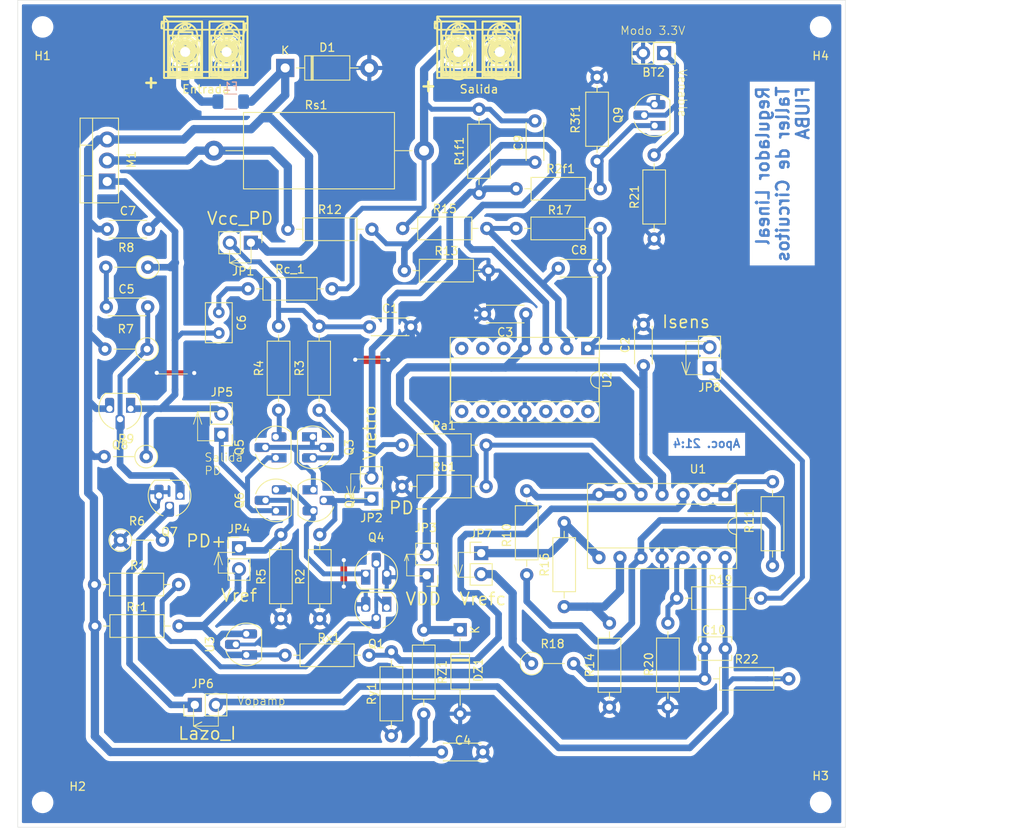
<source format=kicad_pcb>
(kicad_pcb (version 20240108) (generator "pcbnew") (generator_version "8.0")
  (layers (0 "F.Cu" signal) (31 "B.Cu" signal) (34 "B.Paste" user) (35 "F.Paste" user) (36 "B.SilkS" user "B.Silkscreen") (37 "F.SilkS" user "F.Silkscreen") (38 "B.Mask" user) (39 "F.Mask" user) (44 "Edge.Cuts" user))
  (net 0 "")
  (net 1 "VCC")
  (net 2 "GND")
  (net 3 "Venable")
  (net 4 "/Vref")
  (net 5 "EOA1")
  (net 6 "Net-(JP1-B)")
  (net 7 "Net-(C5-Pad2)")
  (net 8 "Net-(Q7-C)")
  (net 9 "Net-(Q3-E)")
  (net 10 "Net-(JP5-B)")
  (net 11 "/FES_PD")
  (net 12 "/Isens")
  (net 13 "Net-(C6-Pad1)")
  (net 14 "Net-(U1D--)")
  (net 15 "Net-(U2A-+)")
  (net 16 "/Vretro")
  (net 17 "Net-(U2A--)")
  (net 18 "Net-(U1C-+)")
  (net 19 "Net-(U1B--)")
  (net 20 "Net-(U1A--)")
  (net 21 "Net-(U1C--)")
  (net 22 "/V2s")
  (net 23 "Net-(U1D-+)")
  (net 24 "/Vopamp")
  (net 25 "Net-(DZ1-K)")
  (net 26 "Net-(JP6-A)")
  (net 27 "/Vref-c")
  (net 28 "Net-(JP4-A)")
  (net 29 "Net-(JP5-A)")
  (net 30 "Net-(JP7-A)")
  (net 31 "Net-(JP8-A)")
  (net 32 "/V1s")
  (net 33 "Net-(Q2-C)")
  (net 34 "Net-(Q2-E)")
  (net 35 "Net-(Q5-E)")
  (net 36 "Net-(Q9-S)")
  (net 37 "Net-(U1B-+)")
  (net 38 "Net-(U1A-+)")
  (net 39 "Net-(JP2-A)")
  (net 40 "Net-(Bornera1-+)")
  (footprint "Resistor_THT:R_Axial_DIN0207_L6.3mm_D2.5mm_P10.16mm_Horizontal" (layer "F.Cu") (at 66.71 82.71)
    (property "Reference" "R13")
    (property "Value" "46k")
  )
  (footprint "Package_TO_SOT_THT:TO-220-3_Vertical" (layer "F.Cu") (at 30.8 71.94 90)
    (property "Reference" "M1")
    (property "Value" "IRF9540N")
  )
  (footprint "Resistor_THT:R_Axial_DIN0207_L6.3mm_D2.5mm_P10.16mm_Horizontal" (layer "F.Cu") (at 66.51 77.61)
    (property "Reference" "R15")
    (property "Value" "1.15k")
  )
  (footprint "Resistor_THT:R_Axial_DIN0918_L18.0mm_D9.0mm_P25.40mm_Horizontal" (layer "F.Cu") (at 69.09 68.21 180)
    (property "Reference" "Rs1")
    (property "Value" "0.1")
  )
  (footprint "Connector_PinHeader_2.54mm:PinHeader_1x02_P2.54mm_Vertical" (layer "F.Cu") (at 46.73 116.28)
    (property "Reference" "JP4")
    (property "Value" "PD+")
  )
  (footprint "Resistor_THT:R_Axial_DIN0207_L6.3mm_D2.5mm_P10.16mm_Horizontal" (layer "F.Cu") (at 90.35 77.61 180)
    (property "Reference" "R17")
    (property "Value" "46k")
  )
  (footprint "Resistor_THT:R_Axial_DIN0207_L6.3mm_D2.5mm_P10.16mm_Horizontal" (layer "F.Cu") (at 47.81 84.91)
    (property "Reference" "Rc_1")
    (property "Value" "100")
  )
  (footprint "Package_TO_SOT_THT:TO-92_HandSolder" (layer "F.Cu") (at 33.63 99.4 180)
    (property "Reference" "Q8")
    (property "Value" "BC558")
  )
  (footprint "Resistor_THT:R_Axial_DIN0207_L6.3mm_D2.5mm_P10.16mm_Horizontal" (layer "F.Cu") (at 109.77 122.31 180)
    (property "Reference" "R19")
    (property "Value" "1k")
  )
  (footprint "Capacitor_THT:C_Disc_D4.3mm_W1.9mm_P5.00mm" (layer "F.Cu") (at 85.31 82.43)
    (property "Reference" "C8")
    (property "Value" "2.2n")
  )
  (footprint "Resistor_THT:R_Axial_DIN0207_L6.3mm_D2.5mm_P10.16mm_Horizontal" (layer "F.Cu") (at 52.29 129.21)
    (property "Reference" "Rx1")
    (property "Value" "5k")
  )
  (footprint "Package_TO_SOT_THT:TO-92_HandSolder" (layer "F.Cu") (at 55.71 109.21 -90)
    (property "Reference" "Q2")
    (property "Value" "BC548")
  )
  (footprint "Resistor_THT:R_Axial_DIN0207_L6.3mm_D2.5mm_P10.16mm_Horizontal" (layer "F.Cu") (at 86.02 123.34 90)
    (property "Reference" "R16")
    (property "Value" "2k")
  )
  (footprint "Capacitor_THT:C_Disc_D4.3mm_W1.9mm_P5.00mm" (layer "F.Cu") (at 62.49 89.51)
    (property "Reference" "C1")
    (property "Value" "10n")
  )
  (footprint "Resistor_THT:R_Axial_DIN0207_L6.3mm_D2.5mm_P10.16mm_Horizontal" (layer "F.Cu") (at 90.37 72.81 180)
    (property "Reference" "R2f1")
    (property "Value" "1.5k")
  )
  (footprint "Diode_THT:D_DO-41_SOD81_P10.16mm_Horizontal" (layer "F.Cu") (at 52.31 58.21)
    (property "Reference" "D1")
    (property "Value" "1N4001")
  )
  (footprint "Capacitor_THT:C_Disc_D4.3mm_W1.9mm_P5.00mm" (layer "F.Cu") (at 35.7 87.1 180)
    (property "Reference" "C5")
    (property "Value" "100p")
  )
  (footprint "Resistor_THT:R_Axial_DIN0207_L6.3mm_D2.5mm_P5.08mm_Vertical" (layer "F.Cu") (at 35.715 82.3 180)
    (property "Reference" "R8")
    (property "Value" "20")
  )
  (footprint "Capacitor_THT:C_Disc_D4.3mm_W1.9mm_P5.00mm" (layer "F.Cu") (at 95.59 94.21 90)
    (property "Reference" "C2")
    (property "Value" "10n")
  )
  (footprint "Connector_PinHeader_2.54mm:PinHeader_1x02_P2.54mm_Vertical" (layer "F.Cu") (at 75.99 116.87)
    (property "Reference" "JP7")
    (property "Value" "Vrefc")
  )
  (footprint "Resistor_THT:R_Axial_DIN0207_L6.3mm_D2.5mm_P10.16mm_Horizontal" (layer "F.Cu") (at 98.55 125.32 -90)
    (property "Reference" "R20")
    (property "Value" "1k")
  )
  (footprint "Capacitor_THT:C_Disc_D4.3mm_W1.9mm_P5.00mm" (layer "F.Cu") (at 81.39 87.96 180)
    (property "Reference" "C3")
    (property "Value" "10n")
  )
  (footprint "Resistor_THT:R_Axial_DIN0207_L6.3mm_D2.5mm_P5.08mm_Vertical" (layer "F.Cu") (at 82.075 130.21)
    (property "Reference" "R18")
    (property "Value" "2.2k")
  )
  (footprint "Resistor_THT:R_Axial_DIN0207_L6.3mm_D2.5mm_P10.16mm_Horizontal" (layer "F.Cu") (at 66.43 103.81)
    (property "Reference" "Ra1")
    (property "Value" "115k")
  )
  (footprint "Connector_PinHeader_2.54mm:PinHeader_1x02_P2.54mm_Vertical" (layer "F.Cu") (at 103.58 94.51 180)
    (property "Reference" "JP8")
    (property "Value" "Sens_I")
  )
  (footprint "Package_TO_SOT_THT:TO-92_HandSolder" (layer "F.Cu") (at 51.17 105.35 90)
    (property "Reference" "Q5")
    (property "Value" "BC558")
  )
  (footprint "Resistor_THT:R_Axial_DIN0207_L6.3mm_D2.5mm_P10.16mm_Horizontal" (layer "F.Cu") (at 56.49 124.79 90)
    (property "Reference" "R2")
    (property "Value" "100k")
  )
  (footprint "Capacitor_THT:C_Disc_D3.8mm_W2.6mm_P2.50mm" (layer "F.Cu") (at 105.49 128.41 180)
    (property "Reference" "C10")
    (property "Value" "10p")
  )
  (footprint "Resistor_THT:R_Axial_DIN0207_L6.3mm_D2.5mm_P10.16mm_Horizontal" (layer "F.Cu") (at 89.99 59.33 -90)
    (property "Reference" "R3f1")
    (property "Value" "3.18k")
  )
  (footprint "Resistor_THT:R_Axial_DIN0207_L6.3mm_D2.5mm_P10.16mm_Horizontal" (layer "F.Cu") (at 102.99 132.06)
    (property "Reference" "R22")
    (property "Value" "2.2k")
  )
  (footprint "Package_DIP:DIP-14_W7.62mm_Socket" (layer "F.Cu") (at 105.46 109.78 -90)
    (property "Reference" "U1")
    (property "Value" "opamp1")
  )
  (footprint "Capacitor_THT:C_Disc_D4.3mm_W1.9mm_P5.00mm" (layer "F.Cu") (at 76.19 140.91 180)
    (property "Reference" "C4")
    (property "Value" "10n")
  )
  (footprint "MountingHole:MountingHole_2.1mm" (layer "F.Cu") (at 23 53.25)
    (property "Reference" "H1")
    (property "Value" "MountingHole" (hide yes))
  )
  (footprint "Resistor_THT:R_Axial_DIN0207_L6.3mm_D2.5mm_P10.16mm_Horizontal" (layer "F.Cu") (at 75.73 73.36 90)
    (property "Reference" "R1f1")
    (property "Value" "1.5k")
  )
  (footprint "Package_DIP:DIP-14_W7.62mm_Socket" (layer "F.Cu") (at 88.88 92.11 -90)
    (property "Reference" "U2")
    (property "Value" "opamp2")
  )
  (footprint "MountingHole:MountingHole_2.1mm" (layer "F.Cu") (at 23 147)
    (property "Reference" "H2")
    (property "Value" "MountingHole")
  )
  (footprint "Connector_PinHeader_2.54mm:PinHeader_1x02_P2.54mm_Vertical" (layer "F.Cu") (at 48.16 79.34 -90)
    (property "Reference" "JP1")
    (property "Value" "Vcc_PD")
  )
  (footprint "Resistor_THT:R_Axial_DIN0207_L6.3mm_D2.5mm_P10.16mm_Horizontal" (layer "F.Cu") (at 51.79 124.79 90)
    (property "Reference" "R5")
    (property "Value" "100k")
  )
  (footprint "MountingHole:MountingHole_2.1mm" (layer "F.Cu") (at 117 147)
    (property "Reference" "H3")
    (property "Value" "MountingHole")
  )
  (footprint "Package_TO_SOT_THT:TO-92_HandSolder" (layer "F.Cu") (at 55.64 102.81 -90)
    (property "Reference" "Q3")
    (property "Value" "BC558")
  )
  (footprint "Resistor_THT:R_Axial_DIN0207_L6.3mm_D2.5mm_P10.16mm_Horizontal" (layer "F.Cu") (at 51.51 99.59 90)
    (property "Reference" "R4")
    (property "Value" "100")
  )
  (footprint "Resistor_THT:R_Axial_DIN0207_L6.3mm_D2.5mm_P10.16mm_Horizontal" (layer "F.Cu") (at 69.05 126.17 -90)
    (property "Reference" "RZ1")
    (property "Value" "100")
  )
  (footprint "Diode_THT:D_DO-35_SOD27_P10.16mm_Horizontal" (layer "F.Cu") (at 73.45 126.12 -90)
    (property "Reference" "DZ1")
    (property "Value" "ZPDxx")
  )
  (footprint "Resistor_THT:R_Axial_DIN0207_L6.3mm_D2.5mm_P10.16mm_Horizontal" (layer "F.Cu") (at 39.43 120.66 180)
    (property "Reference" "R1")
    (property "Value" "1k")
  )
  (footprint "Connector_PinHeader_2.54mm:PinHeader_1x02_P2.54mm_Vertical" (layer "F.Cu") (at 69.41 119.55 180)
    (property "Reference" "JP3")
    (property "Value" "VDD")
  )
  (footprint "TPI_circ:bornera" (layer "F.Cu") (at 75.73 56.28)
    (property "Reference" "Bornera2" (hide yes))
    (property "Value" "Salida")
  )
  (footprint "Connector_PinHeader_2.54mm:PinHeader_1x02_P2.54mm_Vertical" (layer "F.Cu") (at 44.59 102.55 180)
    (property "Reference" "JP5")
    (property "Value" "Lazo_V")
  )
  (footprint "Capacitor_THT:C_Disc_D4.3mm_W1.9mm_P5.00mm" (layer "F.Cu") (at 30.8 77.7)
    (property "Reference" "C7")
    (property "Value" "150p")
  )
  (footprint "Resistor_THT:R_Axial_DIN0207_L6.3mm_D2.5mm_P5.08mm_Vertical" (layer "F.Cu") (at 35.515 105.2 180)
    (property "Reference" "R9")
    (property "Value" "1Meg")
  )
  (footprint "Resistor_THT:R_Axial_DIN0207_L6.3mm_D2.5mm_P10.16mm_Horizontal" (layer "F.Cu") (at 66.43 108.81)
    (property "Reference" "Rb1")
    (property "Value" "845k")
  )
  (footprint "MountingHole:MountingHole_2.1mm" (layer "F.Cu") (at 117 53.25)
    (property "Reference" "H4")
    (property "Value" "MountingHole" (hide yes))
  )
  (footprint "Resistor_THT:R_Axial_DIN0207_L6.3mm_D2.5mm_P5.08mm_Vertical" (layer "F.Cu") (at 32.4 115.3)
    (property "Reference" "R6")
    (property "Value" "10k")
  )
  (footprint "Resistor_THT:R_Axial_DIN0207_L6.3mm_D2.5mm_P10.16mm_Horizontal" (layer "F.Cu") (at 111.19 108.23 -90)
    (property "Reference" "R11")
    (property "Value" "2k")
  )
  (footprint "Resistor_THT:R_Axial_DIN0207_L6.3mm_D2.5mm_P10.16mm_Horizontal" (layer "F.Cu") (at 39.48 125.68 180)
    (property "Reference" "Rr1")
    (property "Value" "536")
  )
  (footprint "Package_TO_SOT_THT:TO-92_HandSolder" (layer "F.Cu") (at 39.6 109.9 180)
    (property "Reference" "Q7")
    (property "Value" "BC548")
  )
  (footprint "Resistor_THT:R_Axial_DIN0207_L6.3mm_D2.5mm_P5.08mm_Vertical" (layer "F.Cu") (at 35.615 92.2 180)
    (property "Reference" "R7")
    (property "Value" "100k")
  )
  (footprint "Package_TO_SOT_THT:TO-92_HandSolder" (layer "F.Cu") (at 96.95 65.18 90)
    (property "Reference" "Q9")
    (property "Value" "2N7000")
  )
  (footprint "Resistor_THT:R_Axial_DIN0207_L6.3mm_D2.5mm_P10.16mm_Horizontal" (layer "F.Cu") (at 96.89 78.89 90)
    (property "Reference" "R21")
    (property "Value" "10k")
  )
  (footprint "Capacitor_THT:C_Rect_L4.6mm_W3.0mm_P2.50mm_MKS02_FKP02" (layer "F.Cu") (at 44.29 87.76 -90)
    (property "Reference" "C6")
    (property "Value" "47n")
  )
  (footprint "Package_TO_SOT_THT:TO-92_HandSolder" (layer "F.Cu") (at 51.2 111.75 90)
    (property "Reference" "Q6")
    (property "Value" "BC548")
  )
  (footprint "Package_TO_SOT_THT:TO-92_HandSolder" (layer "F.Cu") (at 47.61 129.17 90)
    (property "Reference" "U3")
    (property "Value" "TL431LP")
  )
  (footprint "Capacitor_THT:C_Disc_D4.3mm_W1.9mm_P5.00mm" (layer "F.Cu") (at 82.49 64.61 -90)
    (property "Reference" "C9")
    (property "Value" "470p")
  )
  (footprint "TPI_circ:bornera" (layer "F.Cu") (at 42.73 56.28)
    (property "Reference" "Bornera1" (hide yes))
    (property "Value" "Entrada")
  )
  (footprint "Package_TO_SOT_THT:TO-92_HandSolder" (layer "F.Cu") (at 64.58 123.445 180)
    (property "Reference" "Q1")
    (property "Value" "BC548")
  )
  (footprint "Resistor_THT:R_Axial_DIN0207_L6.3mm_D2.5mm_P10.16mm_Horizontal" (layer "F.Cu") (at 81.49 109.33 -90)
    (property "Reference" "R10")
    (property "Value" "2k")
  )
  (footprint "Connector_PinHeader_2.54mm:PinHeader_2x01_P2.54mm_Vertical" (layer "F.Cu") (at 98.09 56.41 180)
    (property "Reference" "BT2")
    (property "Value" "Enable")
  )
  (footprint "Package_TO_SOT_THT:TO-92_HandSolder" (layer "F.Cu") (at 62.04 119.375)
    (property "Reference" "Q4")
    (property "Value" "BC548")
  )
  (footprint "Resistor_THT:R_Axial_DIN0207_L6.3mm_D2.5mm_P10.16mm_Horizontal" (layer "F.Cu") (at 91.49 135.49 90)
    (property "Reference" "R14")
    (property "Value" "2k")
  )
  (footprint "Connector_PinHeader_2.54mm:PinHeader_1x02_P2.54mm_Vertical" (layer "F.Cu") (at 41.39 135.21 90)
    (property "Reference" "JP6")
    (property "Value" "Lazo_I")
  )
  (footprint "Resistor_THT:R_Axial_DIN0207_L6.3mm_D2.5mm_P10.16mm_Horizontal" (layer "F.Cu") (at 56.41 99.59 90)
    (property "Reference" "R3")
    (property "Value" "100")
  )
  (footprint "Resistor_THT:R_Axial_DIN0207_L6.3mm_D2.5mm_P10.16mm_Horizontal" (layer "F.Cu") (at 65.14 138.95 90)
    (property "Reference" "Ry1")
    (property "Value" "536")
  )
  (footprint "Connector_PinHeader_2.54mm:PinHeader_1x02_P2.54mm_Vertical" (layer "F.Cu") (at 62.73 110.28 180)
    (property "Reference" "JP2")
    (property "Value" "PD-")
  )
  (footprint "Resistor_THT:R_Axial_DIN0207_L6.3mm_D2.5mm_P10.16mm_Horizontal" (layer "F.Cu") (at 52.63 77.71)
    (property "Reference" "R12")
    (property "Value" "1.15k")
  )
  (footprint "Resistor_SMD:R_1206_3216Metric_Pad1.30x1.75mm_HandSolder" (layer "B.Cu") (at 45.73 62.28 180)
    (property "Reference" "F1")
    (property "Value" "Fuse")
  )
  (gr_line (start 60.79 93.41) (end 64.79 93.41) (stroke (width 0.1)) (layer "F.SilkS"))
  (gr_line (start 100.73 95.28) (end 101.23 93.78) (stroke (width 0.1)) (layer "F.SilkS"))
  (gr_line (start 44.73 118.28) (end 44.23 116.78) (stroke (width 0.1)) (layer "F.SilkS"))
  (gr_line (start 41.23 137.78) (end 44.23 137.78) (stroke (width 0.1)) (layer "F.SilkS"))
  (gr_line (start 46.23 116.78) (end 44.23 116.78) (stroke (width 0.1)) (layer "F.SilkS"))
  (gr_line (start 60.23 110.28) (end 60.73 108.78) (stroke (width 0.1)) (layer "F.SilkS"))
  (gr_line (start 60.23 107.28) (end 62.23 107.28) (stroke (width 0.1)) (layer "F.SilkS"))
  (gr_line (start 42.23 138.28) (end 41.23 137.78) (stroke (width 0.1)) (layer "F.SilkS"))
  (gr_line (start 60.23 110.28) (end 60.23 107.78) (stroke (width 0.1)) (layer "F.SilkS"))
  (gr_line (start 69.79 117.01) (end 66.99 117.01) (stroke (width 0.1)) (layer "F.SilkS"))
  (gr_line (start 45.59 81.78) (end 48.19 81.78) (stroke (width 0.1)) (layer "F.SilkS"))
  (gr_line (start 41.73 99.78) (end 41.23 101.28) (stroke (width 0.1)) (layer "F.SilkS"))
  (gr_line (start 45.59 81.78) (end 46.73 81.28) (stroke (width 0.1)) (layer "F.SilkS"))
  (gr_line (start 45.59 81.78) (end 46.73 82.28) (stroke (width 0.1)) (layer "F.SilkS"))
  (gr_line (start 73.23 119.78) (end 73.23 116.78) (stroke (width 0.1)) (layer "F.SilkS"))
  (gr_line (start 59.73 108.78) (end 60.23 110.28) (stroke (width 0.1)) (layer "F.SilkS"))
  (gr_line (start 100.73 91.28) (end 103.23 91.28) (stroke (width 0.1)) (layer "F.SilkS"))
  (gr_line (start 41.73 99.78) (end 44.23 99.78) (stroke (width 0.1)) (layer "F.SilkS"))
  (gr_line (start 73.23 119.78) (end 73.73 118.28) (stroke (width 0.1)) (layer "F.SilkS"))
  (gr_line (start 48.19 81.78) (end 48.19 79.78) (stroke (width 0.1)) (layer "F.SilkS"))
  (gr_line (start 44.23 116.78) (end 44.23 119.28) (stroke (width 0.1)) (layer "F.SilkS"))
  (gr_line (start 62.23 110.28) (end 60.23 110.28) (stroke (width 0.1)) (layer "F.SilkS"))
  (gr_line (start 41.73 103.28) (end 41.73 99.78) (stroke (width 0.1)) (layer "F.SilkS"))
  (gr_line (start 36.7 95.2) (end 40.5 95.2) (stroke (width 0.1)) (layer "F.SilkS"))
  (gr_line (start 45.59 80.28) (end 45.59 81.78) (stroke (width 0.1)) (layer "F.SilkS"))
  (gr_line (start 43.73 103.28) (end 41.73 103.28) (stroke (width 0.1)) (layer "F.SilkS"))
  (gr_line (start 73.23 119.78) (end 72.73 118.28) (stroke (width 0.1)) (layer "F.SilkS"))
  (gr_line (start 66.99 119.61) (end 69.39 119.61) (stroke (width 0.1)) (layer "F.SilkS"))
  (gr_line (start 44.23 137.78) (end 44.23 135.28) (stroke (width 0.1)) (layer "F.SilkS"))
  (gr_line (start 66.99 117.01) (end 67.23 117.78) (stroke (width 0.1)) (layer "F.SilkS"))
  (gr_line (start 41.73 99.78) (end 42.23 101.28) (stroke (width 0.1)) (layer "F.SilkS"))
  (gr_line (start 66.99 117.01) (end 66.73 117.78) (stroke (width 0.1)) (layer "F.SilkS"))
  (gr_line (start 66.73 117.78) (end 66.99 117.01) (stroke (width 0.1)) (layer "F.SilkS"))
  (gr_line (start 44.23 119.28) (end 46.23 119.28) (stroke (width 0.1)) (layer "F.SilkS"))
  (gr_line (start 100.23 93.78) (end 100.73 95.28) (stroke (width 0.1)) (layer "F.SilkS"))
  (gr_line (start 42.23 137.28) (end 41.23 137.78) (stroke (width 0.1)) (layer "F.SilkS"))
  (gr_line (start 44.23 116.78) (end 43.73 118.28) (stroke (width 0.1)) (layer "F.SilkS"))
  (gr_line (start 100.73 95.28) (end 100.23 93.78) (stroke (width 0.1)) (layer "F.SilkS"))
  (gr_line (start 75.23 119.78) (end 73.23 119.78) (stroke (width 0.1)) (layer "F.SilkS"))
  (gr_line (start 73.23 116.78) (end 75.73 116.78) (stroke (width 0.1)) (layer "F.SilkS"))
  (gr_line (start 102.73 95.28) (end 100.73 95.28) (stroke (width 0.1)) (layer "F.SilkS"))
  (gr_line (start 59.39 117.81) (end 59.39 121.01) (stroke (width 0.1)) (layer "F.SilkS"))
  (gr_line (start 66.99 117.01) (end 66.99 119.61) (stroke (width 0.1)) (layer "F.SilkS"))
  (gr_line (start 41.23 137.78) (end 42.23 137.28) (stroke (width 0.1)) (layer "F.SilkS"))
  (gr_line (start 41.23 135.28) (end 41.23 137.78) (stroke (width 0.1)) (layer "F.SilkS"))
  (gr_line (start 60.23 107.78) (end 60.23 107.28) (stroke (width 0.1)) (layer "F.SilkS"))
  (gr_line (start 43.73 118.28) (end 44.23 116.78) (stroke (width 0.1)) (layer "F.SilkS"))
  (gr_line (start 100.73 95.28) (end 100.73 91.28) (stroke (width 0.1)) (layer "F.SilkS"))
  (gr_rect (start 20 50.02) (end 120 150) (stroke (width 0.05)) (fill none) (layer "Edge.Cuts"))
  (gr_text "Apoc. 21:4" (at 107.4 104.2 0) (layer "B.Cu") (effects (font (size 1 1) (thickness 0.2) (bold yes)) (justify left bottom mirror)))
  (gr_text "Regulador Lineal\nTaller de Circuitos\nFIUBA" (at 115.73 60.28 90) (layer "B.Cu") (effects (font (size 1.5 1.5) (thickness 0.3) (bold yes)) (justify left bottom mirror)))
  (gr_text "Vcc_PD" (at 42.73 77.28 0) (layer "F.SilkS") (effects (font (size 1.5 1.5) (thickness 0.1875)) (justify left bottom)))
  (gr_text "PD+" (at 40.23 116.28 0) (layer "F.SilkS") (effects (font (size 1.5 1.5) (thickness 0.1875)) (justify left bottom)))
  (gr_text "+" (at 70.73 61.21 0) (layer "F.SilkS") (effects (font (size 1.5 1.5) (thickness 0.3) (bold yes)) (justify left bottom mirror)))
  (gr_text "Vref" (at 44.43 122.86 0) (layer "F.SilkS") (effects (font (size 1.5 1.5) (thickness 0.1875)) (justify left bottom)))
  (gr_text "Vretro" (at 63.42 105.76 90) (layer "F.SilkS") (effects (font (size 1.5 1.5) (thickness 0.1875)) (justify left bottom)))
  (gr_text "Vrefc" (at 73.23 123.28 0) (layer "F.SilkS") (effects (font (size 1.5 1.5) (thickness 0.1875)) (justify left bottom)))
  (gr_text "PD-" (at 64.73 112.28 0) (layer "F.SilkS") (effects (font (size 1.5 1.5) (thickness 0.1875)) (justify left bottom)))
  (gr_text "VDD" (at 66.73 123.28 0) (layer "F.SilkS") (effects (font (size 1.5 1.5) (thickness 0.1875)) (justify left bottom)))
  (gr_text "Salida\nPD" (at 42.49 107.49 0) (layer "F.SilkS") (effects (font (size 1 1) (thickness 0.1)) (justify left bottom)))
  (gr_text "Modo 3.3V" (at 92.73 54.28 0) (layer "F.SilkS") (effects (font (size 1 1) (thickness 0.1)) (justify left bottom)))
  (gr_text "Vopamp" (at 46.46 135.31 0) (layer "F.SilkS") (effects (font (size 1 1) (thickness 0.1)) (justify left bottom)))
  (gr_text "Lazo_I" (at 39.26 139.54 0) (layer "F.SilkS") (effects (font (size 1.5 1.5) (thickness 0.1875)) (justify left bottom)))
  (gr_text "+" (at 37.23 60.78 0) (layer "F.SilkS") (effects (font (size 1.5 1.5) (thickness 0.3) (bold yes)) (justify left bottom mirror)))
  (gr_text "Isens" (at 97.73 89.78 0) (layer "F.SilkS") (effects (font (size 1.5 1.5) (thickness 0.1875)) (justify left bottom)))
  (gr_text "Venable" (at 99.73 58.28 -90) (layer "F.SilkS") (effects (font (size 1 1) (thickness 0.1)) (justify left bottom)))
  (segment (start 41.29 65.61) (end 48.19 65.61) (width 1) (layer "B.Cu") (net 1))
  (segment (start 28.5 89.4) (end 28.5 98.4) (width 1) (layer "B.Cu") (net 1))
  (segment (start 47.28 62.28) (end 48.24 62.28) (width 1) (layer "B.Cu") (net 1))
  (segment (start 28.5 90.165) (end 28.5 89.4) (width 0.6) (layer "B.Cu") (net 1))
  (segment (start 54.19 80.41) (end 50.18 80.41) (width 1) (layer "B.Cu") (net 1))
  (segment (start 48.24 62.28) (end 52.31 58.21) (width 1) (layer "B.Cu") (net 1))
  (segment (start 52.31 61.49) (end 49.51 64.29) (width 1) (layer "B.Cu") (net 1))
  (segment (start 29.32 139.02) (end 29.32 125.68) (width 1) (layer "B.Cu") (net 1))
  (segment (start 68.39 140.91) (end 67.4 140.91) (width 1) (layer "B.Cu") (net 1))
  (segment (start 29.5 99.4) (end 28.5 98.4) (width 0.8) (layer "B.Cu") (net 1))
  (segment (start 50.57 64.29) (end 55.19 68.91) (width 1) (layer "B.Cu") (net 1))
  (segment (start 30.8 77.7) (end 29.6 77.7) (width 0.8) (layer "B.Cu") (net 1))
  (segment (start 30.535 92.2) (end 28.5 90.165) (width 0.8) (layer "B.Cu") (net 1))
  (segment (start 69.05 139.26) (end 67.4 140.91) (width 1) (layer "B.Cu") (net 1))
  (segment (start 71.19 140.91) (end 68.39 140.91) (width 1) (layer "B.Cu") (net 1))
  (segment (start 28.5 68.1) (end 28.5 89.4) (width 1) (layer "B.Cu") (net 1))
  (segment (start 28.5 104.5) (end 28.5 109.3) (width 1) (layer "B.Cu") (net 1))
  (segment (start 49.11 79.34) (end 48.16 79.34) (width 0.6) (layer "B.Cu") (net 1))
  (segment (start 31.09 99.4) (end 29.5 99.4) (width 0.8) (layer "B.Cu") (net 1))
  (segment (start 30.8 66.86) (end 29.74 66.86) (width 1) (layer "B.Cu") (net 1))
  (segment (start 28.7 105.2) (end 28.5 105) (width 0.6) (layer "B.Cu") (net 1))
  (segment (start 29.6 77.7) (end 28.5 76.6) (width 0.8) (layer "B.Cu") (net 1))
  (segment (start 29.74 66.86) (end 28.5 68.1) (width 1) (layer "B.Cu") (net 1))
  (segment (start 31.21 140.91) (end 29.32 139.02) (width 1) (layer "B.Cu") (net 1))
  (segment (start 30.435 105.2) (end 29.2 105.2) (width 0.8) (layer "B.Cu") (net 1))
  (segment (start 55.19 68.91) (end 55.19 79.41) (width 1) (layer "B.Cu") (net 1))
  (segment (start 28.5 100.9) (end 28.5 104.5) (width 1) (layer "B.Cu") (net 1))
  (segment (start 28.5 98.4) (end 28.5 100.9) (width 1) (layer "B.Cu") (net 1))
  (segment (start 67.4 140.91) (end 31.21 140.91) (width 1) (layer "B.Cu") (net 1))
  (segment (start 29.2 105.2) (end 28.5 104.5) (width 0.8) (layer "B.Cu") (net 1))
  (segment (start 55.19 79.41) (end 54.19 80.41) (width 1) (layer "B.Cu") (net 1))
  (segment (start 69.05 136.33) (end 69.05 139.26) (width 1) (layer "B.Cu") (net 1))
  (segment (start 49.51 64.29) (end 50.57 64.29) (width 1) (layer "B.Cu") (net 1))
  (segment (start 28.5 109.3) (end 28.5 109.56) (width 1) (layer "B.Cu") (net 1))
  (segment (start 28.5 105) (end 28.5 109.3) (width 1) (layer "B.Cu") (net 1))
  (segment (start 29.2 125.56) (end 29.32 125.68) (width 1) (layer "B.Cu") (net 1))
  (segment (start 50.18 80.41) (end 49.11 79.34) (width 1) (layer "B.Cu") (net 1))
  (segment (start 30.8 66.86) (end 40.04 66.86) (width 1) (layer "B.Cu") (net 1))
  (segment (start 29.2 110.26) (end 29.2 121.23) (width 1) (layer "B.Cu") (net 1))
  (segment (start 28.5 109.56) (end 29.2 110.26) (width 1) (layer "B.Cu") (net 1))
  (segment (start 48.19 65.61) (end 49.51 64.29) (width 1) (layer "B.Cu") (net 1))
  (segment (start 29.2 121.23) (end 29.2 125.56) (width 1) (layer "B.Cu") (net 1))
  (segment (start 40.04 66.86) (end 41.29 65.61) (width 1) (layer "B.Cu") (net 1))
  (segment (start 52.31 58.21) (end 52.31 61.49) (width 1) (layer "B.Cu") (net 1))
  (segment (start 41.3 95.07) (end 41.32 95.09) (width 0.6) (layer "F.Cu") (net 2))
  (segment (start 36.79 95.07) (end 41.3 95.07) (width 0.6) (layer "F.Cu") (net 2))
  (segment (start 64.75 93.5) (end 60.79 93.5) (width 1) (layer "F.Cu") (net 2))
  (segment (start 59.39 117.71) (end 59.39 120.91) (width 0.8) (layer "F.Cu") (net 2))
  (segment (start 36.92 95.2) (end 36.79 95.07) (width 0.6) (layer "F.Cu") (net 2))
  (segment (start 60.79 93.5) (end 60.77 93.48) (width 1) (layer "F.Cu") (net 2))
  (via (at 41.32 95.09) (size 0.8) (drill 0.5) (layers "F.Cu" "B.Cu") (net 2))
  (via (at 60.77 93.48) (size 0.8) (drill 0.5) (layers "F.Cu" "B.Cu") (net 2))
  (via (at 59.39 120.91) (size 0.8) (drill 0.5) (layers "F.Cu" "B.Cu") (net 2))
  (via (at 64.75 93.5) (size 0.8) (drill 0.5) (layers "F.Cu" "B.Cu") (net 2))
  (via (at 36.79 95.07) (size 0.8) (drill 0.5) (layers "F.Cu" "B.Cu") (net 2))
  (via (at 59.39 117.71) (size 0.8) (drill 0.5) (layers "F.Cu" "B.Cu") (net 2))
  (segment (start 76.87 87.48) (end 76.39 87.96) (width 0.6) (layer "B.Cu") (net 2))
  (segment (start 41.32 94.56) (end 42.41 93.47) (width 0.6) (layer "B.Cu") (net 2))
  (segment (start 48.67 127.91) (end 51.79 124.79) (width 0.45) (layer "B.Cu") (net 2))
  (segment (start 60.77 93.48) (end 44.23 93.48) (width 1) (layer "B.Cu") (net 2))
  (segment (start 69.04 87.96) (end 67.49 89.51) (width 0.6) (layer "B.Cu") (net 2))
  (segment (start 42.41 93.47) (end 44.22 93.47) (width 1) (layer "B.Cu") (net 2))
  (segment (start 60.815 116.285) (end 63.92192 116.285) (width 0.6) (layer "B.Cu") (net 2))
  (segment (start 76.87 82.71) (end 76.87 87.48) (width 0.6) (layer "B.Cu") (net 2))
  (segment (start 67.49 89.51) (end 67.49 90.76) (width 1) (layer "B.Cu") (net 2))
  (segment (start 44.23 93.48) (end 43.64 93.48) (width 1) (layer "B.Cu") (net 2))
  (segment (start 41.32 95.09) (end 41.32 94.56) (width 0.6) (layer "B.Cu") (net 2))
  (segment (start 64.58 116.94308) (end 64.58 119.375) (width 0.6) (layer "B.Cu") (net 2))
  (segment (start 91.49 135.49) (end 91.97 135.49) (width 0.6) (layer "B.Cu") (net 2))
  (segment (start 76.39 87.96) (end 69.04 87.96) (width 0.6) (layer "B.Cu") (net 2))
  (segment (start 67.49 89.51) (end 67.49 90.11) (width 0.6) (layer "B.Cu") (net 2))
  (segment (start 44.22 93.47) (end 44.23 93.48) (width 1) (layer "B.Cu") (net 2))
  (segment (start 63.92192 116.285) (end 64.58 116.94308) (width 0.6) (layer "B.Cu") (net 2))
  (segment (start 59.39 117.71) (end 60.815 116.285) (width 0.6) (layer "B.Cu") (net 2))
  (segment (start 67.49 90.76) (end 64.75 93.5) (width 1) (layer "B.Cu") (net 2))
  (segment (start 62.04 123.445) (end 61.8075 123.2125) (width 0.6) (layer "B.Cu") (net 2))
  (segment (start 46.39 127.91) (end 48.67 127.91) (width 0.45) (layer "B.Cu") (net 2))
  (segment (start 98.09 56.41) (end 99.59 57.91) (width 0.6) (layer "B.Cu") (net 3))
  (segment (start 98.29 63.91) (end 95.68 63.91) (width 0.6) (layer "B.Cu") (net 3))
  (segment (start 99.59 66.03) (end 99.59 61.91) (width 0.6) (layer "B.Cu") (net 3))
  (segment (start 99.59 62.61) (end 98.29 63.91) (width 0.6) (layer "B.Cu") (net 3))
  (segment (start 99.59 61.91) (end 99.59 62.61) (width 0.6) (layer "B.Cu") (net 3))
  (segment (start 99.59 57.91) (end 99.59 61.91) (width 0.6) (layer "B.Cu") (net 3))
  (segment (start 96.89 68.73) (end 99.59 66.03) (width 0.6) (layer "B.Cu") (net 3))
  (segment (start 46.6 121.46) (end 46.6 121.06) (width 0.8) (layer "B.Cu") (net 4))
  (segment (start 47.61 129.17) (end 45.05 129.17) (width 0.8) (layer "B.Cu") (net 4))
  (segment (start 52.25 129.17) (end 52.29 129.21) (width 0.6) (layer "B.Cu") (net 4))
  (segment (start 44.05 128.19) (end 44.05 127.37) (width 0.8) (layer "B.Cu") (net 4))
  (segment (start 46.61 121.05) (end 46.61 119.075) (width 0.8) (layer "B.Cu") (net 4))
  (segment (start 42.37 125.69) (end 46.6 121.46) (width 0.8) (layer "B.Cu") (net 4))
  (segment (start 46.6 121.06) (end 46.61 121.05) (width 0.8) (layer "B.Cu") (net 4))
  (segment (start 47.61 126.63) (end 44.79 126.63) (width 0.8) (layer "B.Cu") (net 4))
  (segment (start 44.05 127.37) (end 42.37 125.69) (width 0.8) (layer "B.Cu") (net 4))
  (segment (start 47.61 129.17) (end 52.25 129.17) (width 0.6) (layer "B.Cu") (net 4))
  (segment (start 44.05 128.19) (end 45.04 129.18) (width 0.8) (layer "B.Cu") (net 4))
  (segment (start 44.79 126.63) (end 44.05 127.37) (width 0.8) (layer "B.Cu") (net 4))
  (segment (start 45.05 129.17) (end 45.04 129.18) (width 0.8) (layer "B.Cu") (net 4))
  (segment (start 42.37 125.69) (end 42.36 125.68) (width 0.8) (layer "B.Cu") (net 4))
  (segment (start 42.36 125.68) (end 39.48 125.68) (width 1) (layer "B.Cu") (net 4))
  (segment (start 87.5 94.41) (end 93.2 94.41) (width 1) (layer "B.Cu") (net 5))
  (segment (start 71.3 103.82) (end 66.19 98.71) (width 1) (layer "B.Cu") (net 5))
  (segment (start 67.19 94.41) (end 77.19 94.41) (width 1) (layer "B.Cu") (net 5))
  (segment (start 97.84 107.496918) (end 97.84 109.78) (width 1) (layer "B.Cu") (net 5))
  (segment (start 81.26 92.11) (end 79.975 93.395) (width 1) (layer "B.Cu") (net 5))
  (segment (start 93.2 94.41) (end 95.59 96.8) (width 1) (layer "B.Cu") (net 5))
  (segment (start 66.19 95.41) (end 67.19 94.41) (width 1) (layer "B.Cu") (net 5))
  (segment (start 95.59 94.21) (end 95.59 95.1) (width 1) (layer "B.Cu") (net 5))
  (segment (start 96.571541 106.228459) (end 97.84 107.496918) (width 1) (layer "B.Cu") (net 5))
  (segment (start 81.39 87.96) (end 81.39 91.98) (width 1) (layer "B.Cu") (net 5))
  (segment (start 69.41 117.01) (end 69.41 111.23) (width 1) (layer "B.Cu") (net 5))
  (segment (start 66.19 98.71) (end 66.19 95.41) (width 1) (layer "B.Cu") (net 5))
  (segment (start 95.59 105.246918) (end 96.571541 106.228459) (width 1) (layer "B.Cu") (net 5))
  (segment (start 77.19 94.41) (end 87.5 94.41) (width 1) (layer "B.Cu") (net 5))
  (segment (start 77.19 94.41) (end 78.96 94.41) (width 1) (layer "B.Cu") (net 5))
  (segment (start 81.39 91.98) (end 81.26 92.11) (width 1) (layer "B.Cu") (net 5))
  (segment (start 95.59 102.5) (end 95.59 105.246918) (width 1) (layer "B.Cu") (net 5))
  (segment (start 95.59 96.8) (end 95.59 102.5) (width 1) (layer "B.Cu") (net 5))
  (segment (start 71.3 109.34) (end 71.3 103.82) (width 1) (layer "B.Cu") (net 5))
  (segment (start 69.41 111.23) (end 71.3 109.34) (width 1) (layer "B.Cu") (net 5))
  (segment (start 78.96 94.41) (end 79.975 93.395) (width 1) (layer "B.Cu") (net 5))
  (segment (start 95.59 95.1) (end 95.59 96.8) (width 1) (layer "B.Cu") (net 5))
  (segment (start 49.24 81.65) (end 49.24 81.74) (width 0.6) (layer "B.Cu") (net 6))
  (segment (start 45.62 79.34) (end 47.93 81.65) (width 0.6) (layer "B.Cu") (net 6))
  (segment (start 51.51 87.34) (end 51.51 89.43) (width 0.6) (layer "B.Cu") (net 6))
  (segment (start 51.68 87.51) (end 51.51 87.34) (width 0.6) (layer "B.Cu") (net 6))
  (segment (start 47.93 81.65) (end 49.24 81.65) (width 0.6) (layer "B.Cu") (net 6))
  (segment (start 62.49 89.51) (end 56.49 89.51) (width 0.6) (layer "B.Cu") (net 6))
  (segment (start 54.49 87.51) (end 51.68 87.51) (width 0.6) (layer "B.Cu") (net 6))
  (segment (start 51.51 84.01) (end 51.51 87.34) (width 0.6) (layer "B.Cu") (net 6))
  (segment (start 49.24 81.74) (end 51.51 84.01) (width 0.6) (layer "B.Cu") (net 6))
  (segment (start 56.41 89.43) (end 54.49 87.51) (width 0.6) (layer "B.Cu") (net 6))
  (segment (start 30.7 87.1) (end 30.7 82.365) (width 0.6) (layer "B.Cu") (net 7))
  (segment (start 32.36 100.67) (end 32.36 95.455) (width 0.6) (layer "B.Cu") (net 8))
  (segment (start 35.7 87.1) (end 35.7 92.115) (width 0.6) (layer "B.Cu") (net 8))
  (segment (start 32.36 100.67) (end 32.36 106.2) (width 0.8) (layer "B.Cu") (net 8))
  (segment (start 32.36 106.2) (end 33.64 107.48) (width 0.8) (layer "B.Cu") (net 8))
  (segment (start 38.53 107.48) (end 39.6 108.55) (width 0.8) (layer "B.Cu") (net 8))
  (segment (start 39.6 108.55) (end 39.6 109.9) (width 0.8) (layer "B.Cu") (net 8))
  (segment (start 33.64 107.48) (end 38.53 107.48) (width 0.8) (layer "B.Cu") (net 8))
  (segment (start 35.615 92.2) (end 32.36 95.455) (width 0.6) (layer "B.Cu") (net 8))
  (segment (start 59.08 102.26) (end 59.09 102.26) (width 0.59) (layer "B.Cu") (net 9))
  (segment (start 56.41 99.59) (end 59.08 102.26) (width 0.59) (layer "B.Cu") (net 9))
  (segment (start 59.09 102.26) (end 59.09 105.06) (width 0.59) (layer "B.Cu") (net 9))
  (segment (start 55.59 105.35) (end 56.34 105.35) (width 0.45) (layer "B.Cu") (net 9))
  (segment (start 55.64 105.35) (end 58.8 105.35) (width 0.59) (layer "B.Cu") (net 9))
  (segment (start 58.8 105.35) (end 59.09 105.06) (width 0.59) (layer "B.Cu") (net 9))
  (segment (start 44.29 90.26) (end 42.84 90.26) (width 0.6) (layer "B.Cu") (net 10))
  (segment (start 38.45 82.3) (end 39 81.75) (width 1) (layer "B.Cu") (net 10))
  (segment (start 39 97.7) (end 37.3 99.4) (width 0.8) (layer "B.Cu") (net 10))
  (segment (start 44.29 90.26) (end 39.84 90.26) (width 0.6) (layer "B.Cu") (net 10))
  (segment (start 35.715 82.3) (end 36.9 82.3) (width 0.6) (layer "B.Cu") (net 10))
  (segment (start 37.3 99.4) (end 43.98 99.4) (width 0.8) (layer "B.Cu") (net 10))
  (segment (start 35.515 105.2) (end 35.515 100.385) (width 0.6) (layer "B.Cu") (net 10))
  (segment (start 39 97.1) (end 39 97.7) (width 0.8) (layer "B.Cu") (net 10))
  (segment (start 35.715 82.3) (end 38.45 82.3) (width 0.8) (layer "B.Cu") (net 10))
  (segment (start 39 91.1) (end 39 97.1) (width 0.8) (layer "B.Cu") (net 10))
  (segment (start 30.8 71.94) (end 32.94 71.94) (width 0.8) (layer "B.Cu") (net 10))
  (segment (start 37 76.5) (end 37.5 76.5) (width 0.6) (layer "B.Cu") (net 10))
  (segment (start 39.84 90.26) (end 39 91.1) (width 0.6) (layer "B.Cu") (net 10))
  (segment (start 44.59 100.01) (end 43.98 99.4) (width 0.6) (layer "B.Cu") (net 10))
  (segment (start 39 78) (end 39 81.75) (width 0.8) (layer "B.Cu") (net 10))
  (segment (start 32.94 71.94) (end 37.5 76.5) (width 0.8) (layer "B.Cu") (net 10))
  (segment (start 35.515 100.385) (end 36.18 99.72) (width 0.6) (layer "B.Cu") (net 10))
  (segment (start 42.83 90.25) (end 42.84 90.26) (width 0.6) (layer "B.Cu") (net 10))
  (segment (start 35.8 77.7) (end 37 76.5) (width 0.8) (layer "B.Cu") (net 10))
  (segment (start 37.5 76.5) (end 39 78) (width 0.8) (layer "B.Cu") (net 10))
  (segment (start 36.18 99.72) (end 36.5 99.4) (width 0.6) (layer "B.Cu") (net 10))
  (segment (start 39 81.75) (end 39 91.1) (width 0.8) (layer "B.Cu") (net 10))
  (segment (start 36.5 99.4) (end 37.3 99.4) (width 0.8) (layer "B.Cu") (net 10))
  (segment (start 33.63 99.4) (end 36.5 99.4) (width 0.8) (layer "B.Cu") (net 10))
  (segment (start 42.84 90.26) (end 42.24 90.26) (width 0.6) (layer "B.Cu") (net 10))
  (segment (start 38.5 127.55) (end 40.95 127.55) (width 0.6) (layer "B.Cu") (net 11))
  (segment (start 63.31 122.045) (end 63.31 122.41) (width 0.45) (layer "B.Cu") (net 11))
  (segment (start 44.51 130.61) (end 41.45 127.55) (width 0.6) (layer "B.Cu") (net 11))
  (segment (start 37.45 125.1) (end 37.45 126.5) (width 0.6) (layer "B.Cu") (net 11))
  (segment (start 59.99 125.41) (end 54.79 130.61) (width 0.6) (layer "B.Cu") (net 11))
  (segment (start 63.31 124.79) (end 62.69 125.41) (width 0.6) (layer "B.Cu") (net 11))
  (segment (start 39.43 120.66) (end 37.45 122.64) (width 0.6) (layer "B.Cu") (net 11))
  (segment (start 62.69 125.41) (end 59.99 125.41) (width 0.6) (layer "B.Cu") (net 11))
  (segment (start 54.79 130.61) (end 44.51 130.61) (width 0.6) (layer "B.Cu") (net 11))
  (segment (start 63.31 122.045) (end 63.31 118.105) (width 0.45) (layer "B.Cu") (net 11))
  (segment (start 64.58 123.315) (end 63.31 122.045) (width 0.45) (layer "B.Cu") (net 11))
  (segment (start 41.45 127.55) (end 40.95 127.55) (width 0.6) (layer "B.Cu") (net 11))
  (segment (start 37.45 126.5) (end 38.5 127.55) (width 0.6) (layer "B.Cu") (net 11))
  (segment (start 63.31 122.41) (end 63.31 123.445) (width 0.45) (layer "B.Cu") (net 11))
  (segment (start 37.45 122.64) (end 37.45 125.1) (width 0.6) (layer "B.Cu") (net 11))
  (segment (start 63.31 122.41) (end 63.31 124.715) (width 0.45) (layer "B.Cu") (net 11))
  (segment (start 90.31 82.43) (end 90.31 90.68) (width 0.6) (layer "B.Cu") (net 12))
  (segment (start 103.58 91.97) (end 89.02 91.97) (width 0.6) (layer "B.Cu") (net 12))
  (segment (start 90.35 77.61) (end 90.35 77.71) (width 0.45) (layer "B.Cu") (net 12))
  (segment (start 90.28 77.78) (end 90.31 77.81) (width 0.45) (layer "B.Cu") (net 12))
  (segment (start 89.02 91.97) (end 88.88 92.11) (width 0.45) (layer "B.Cu") (net 12))
  (segment (start 90.31 77.81) (end 90.31 82.43) (width 0.6) (layer "B.Cu") (net 12))
  (segment (start 90.35 77.71) (end 90.28 77.78) (width 0.45) (layer "B.Cu") (net 12))
  (segment (start 90.31 90.68) (end 88.88 92.11) (width 0.6) (layer "B.Cu") (net 12))
  (segment (start 45.29 84.91) (end 44.29 85.91) (width 0.6) (layer "B.Cu") (net 13))
  (segment (start 47.81 84.91) (end 45.29 84.91) (width 0.6) (layer "B.Cu") (net 13))
  (segment (start 44.29 87.76) (end 44.29 85.91) (width 0.6) (layer "B.Cu") (net 13))
  (segment (start 102.92 128.34) (end 102.99 128.41) (width 0.6) (layer "B.Cu") (net 14))
  (segment (start 102.85 128.41) (end 102.99 128.41) (width 0.45) (layer "B.Cu") (net 14))
  (segment (start 103.04 132.06) (end 103.09 132.01) (width 0.45) (layer "B.Cu") (net 14))
  (segment (start 103.01 128.43) (end 102.99 128.41) (width 0.45) (layer "B.Cu") (net 14))
  (segment (start 89.005 132.06) (end 87.155 130.21) (width 0.8) (layer "B.Cu") (net 14))
  (segment (start 103.02 117.5) (end 102.92 117.4) (width 0.45) (layer "B.Cu") (net 14))
  (segment (start 102.99 132.06) (end 89.005 132.06) (width 0.8) (layer "B.Cu") (net 14))
  (segment (start 102.99 132.06) (end 103.04 132.06) (width 0.45) (layer "B.Cu") (net 14))
  (segment (start 102.99 131.91) (end 102.99 128.41) (width 0.8) (layer "B.Cu") (net 14))
  (segment (start 103.09 132.01) (end 102.99 131.91) (width 0.45) (layer "B.Cu") (net 14))
  (segment (start 102.92 117.4) (end 102.92 128.34) (width 0.6) (layer "B.Cu") (net 14))
  (segment (start 66.71 80.14) (end 68.3 78.55) (width 0.8) (layer "B.Cu") (net 15))
  (segment (start 76.2 74.78) (end 81 74.78) (width 0.8) (layer "B.Cu") (net 15))
  (segment (start 67.375 79.475) (end 68.3 78.55) (width 0.6) (layer "B.Cu") (net 15))
  (segment (start 83.8 86.606762) (end 77.343238 80.15) (width 0.8) (layer "B.Cu") (net 15))
  (segment (start 74.32 76.66) (end 76.2 74.78) (width 0.8) (layer "B.Cu") (net 15))
  (segment (start 84.65 68.4) (end 83.8 67.55) (width 0.8) (layer "B.Cu") (net 15))
  (segment (start 70.406619 76.443381) (end 70.406619 75.606619) (width 0.8) (layer "B.Cu") (net 15))
  (segment (start 62.79 77.71) (end 64.555 79.475) (width 0.6) (layer "B.Cu") (net 15))
  (segment (start 83.8 67.55) (end 78.463238 67.55) (width 0.8) (layer "B.Cu") (net 15))
  (segment (start 66.8 79.475) (end 67.375 79.475) (width 0.6) (layer "B.Cu") (net 15))
  (segment (start 77.343238 80.15) (end 74.9 80.15) (width 0.8) (layer "B.Cu") (net 15))
  (segment (start 66.8 79.475) (end 66.71 79.565) (width 0.6) (layer "B.Cu") (net 15))
  (segment (start 83.8 92.11) (end 83.8 86.606762) (width 0.8) (layer "B.Cu") (net 15))
  (segment (start 74.9 80.15) (end 74.32 79.57) (width 0.8) (layer "B.Cu") (net 15))
  (segment (start 84.65 71.13) (end 84.65 68.4) (width 0.8) (layer "B.Cu") (net 15))
  (segment (start 78.463238 67.55) (end 70.406619 75.606619) (width 0.8) (layer "B.Cu") (net 15))
  (segment (start 66.71 82.71) (end 66.71 80.14) (width 0.8) (layer "B.Cu") (net 15))
  (segment (start 68.3 78.55) (end 70.406619 76.443381) (width 0.8) (layer "B.Cu") (net 15))
  (segment (start 64.555 79.475) (end 66.8 79.475) (width 0.6) (layer "B.Cu") (net 15))
  (segment (start 74.32 79.57) (end 74.32 76.66) (width 0.8) (layer "B.Cu") (net 15))
  (segment (start 81 74.78) (end 84.65 71.13) (width 0.8) (layer "B.Cu") (net 15))
  (segment (start 66.71 79.565) (end 66.71 82.71) (width 0.6) (layer "B.Cu") (net 15))
  (segment (start 75.73 72.15) (end 75.73 73.36) (width 0.8) (layer "B.Cu") (net 16))
  (segment (start 74.165 73.715) (end 74.665 73.215) (width 0.8) (layer "B.Cu") (net 16))
  (segment (start 75.585 73.215) (end 75.73 73.36) (width 0.8) (layer "B.Cu") (net 16))
  (segment (start 78.27 69.61) (end 75.73 72.15) (width 0.8) (layer "B.Cu") (net 16))
  (segment (start 64.19 103.74) (end 62.81 105.12) (width 0.6) (layer "B.Cu") (net 16))
  (segment (start 66.43 103.81) (end 66.43 103.97) (width 1) (layer "B.Cu") (net 16))
  (segment (start 72.19 75.69) (end 72.19 75.81) (width 0.45) (layer "B.Cu") (net 16))
  (segment (start 64.99 90.01) (end 64.99 86.31) (width 0.8) (layer "B.Cu") (net 16))
  (segment (start 82.49 69.61) (end 78.27 69.61) (width 0.8) (layer "B.Cu") (net 16))
  (segment (start 75.96 73.36) (end 76.51 72.81) (width 0.8) (layer "B.Cu") (net 16))
  (segment (start 74.665 73.215) (end 75.585 73.215) (width 0.8) (layer "B.Cu") (net 16))
  (segment (start 74.165 73.715) (end 72.19 75.69) (width 0.8) (layer "B.Cu") (net 16))
  (segment (start 66.12 103.74) (end 64.19 103.74) (width 0.6) (layer "B.Cu") (net 16))
  (segment (start 75.73 73.36) (end 75.96 73.36) (width 0.8) (layer "B.Cu") (net 16))
  (segment (start 65.89 85.41) (end 68.59 85.41) (width 0.8) (layer "B.Cu") (net 16))
  (segment (start 62.81 107.97) (end 62.81 105.12) (width 0.8) (layer "B.Cu") (net 16))
  (segment (start 66.43 103.97) (end 66.39 104.01) (width 1) (layer "B.Cu") (net 16))
  (segment (start 66.39 104.01) (end 66.12 103.74) (width 0.6) (layer "B.Cu") (net 16))
  (segment (start 62.81 92.19) (end 64.99 90.01) (width 0.8) (layer "B.Cu") (net 16))
  (segment (start 72.19 81.81) (end 72.19 75.81) (width 0.8) (layer "B.Cu") (net 16))
  (segment (start 64.99 86.31) (end 65.89 85.41) (width 0.8) (layer "B.Cu") (net 16))
  (segment (start 68.59 85.41) (end 72.19 81.81) (width 0.8) (layer "B.Cu") (net 16))
  (segment (start 62.81 105.12) (end 62.81 92.19) (width 0.8) (layer "B.Cu") (net 16))
  (segment (start 80.21 72.81) (end 76.51 72.81) (width 0.8) (layer "B.Cu") (net 16))
  (segment (start 76.67 77.61) (end 80.19 77.61) (width 0.6) (layer "B.Cu") (net 17))
  (segment (start 86.34 91.12) (end 85.31 90.09) (width 0.8) (layer "B.Cu") (net 17))
  (segment (start 83.63 84.11) (end 83.63 84.57) (width 0.45) (layer "B.Cu") (net 17))
  (segment (start 76.67 77.61) (end 83.63 84.57) (width 0.8) (layer "B.Cu") (net 17))
  (segment (start 86.34 92.11) (end 86.34 91.12) (width 0.8) (layer "B.Cu") (net 17))
  (segment (start 85.31 86.25) (end 85.31 90.09) (width 0.8) (layer "B.Cu") (net 17))
  (segment (start 83.63 84.57) (end 85.31 86.25) (width 0.8) (layer "B.Cu") (net 17))
  (segment (start 85.31 82.43) (end 83.63 84.11) (width 0.6) (layer "B.Cu") (net 17))
  (segment (start 89.89 127.51) (end 87.99 125.61) (width 0.8) (layer "B.Cu") (net 18))
  (segment (start 97.59 112.91) (end 95.29 115.21) (width 0.8) (layer "B.Cu") (net 18))
  (segment (start 81.49 122.69) (end 84.41 125.61) (width 0.8) (layer "B.Cu") (net 18))
  (segment (start 111.19 118.39) (end 111.19 113.81) (width 0.8) (layer "B.Cu") (net 18))
  (segment (start 91.99 127.51) (end 89.89 127.51) (width 0.8) (layer "B.Cu") (net 18))
  (segment (start 81.49 119.49) (end 81.49 122.69) (width 0.8) (layer "B.Cu") (net 18))
  (segment (start 95.3 117.4) (end 94.19 118.51) (width 0.8) (layer "B.Cu") (net 18))
  (segment (start 94.19 125.31) (end 91.99 127.51) (width 0.8) (layer "B.Cu") (net 18))
  (segment (start 110.29 112.91) (end 97.59 112.91) (width 0.8) (layer "B.Cu") (net 18))
  (segment (start 87.99 125.61) (end 84.41 125.61) (width 0.8) (layer "B.Cu") (net 18))
  (segment (start 95.29 115.21) (end 95.29 116.91) (width 0.8) (layer "B.Cu") (net 18))
  (segment (start 95.3 116.92) (end 95.3 117.4) (width 0.6) (layer "B.Cu") (net 18))
  (segment (start 111.19 113.81) (end 110.29 112.91) (width 0.8) (layer "B.Cu") (net 18))
  (segment (start 94.19 118.51) (end 94.19 125.31) (width 0.8) (layer "B.Cu") (net 18))
  (segment (start 95.29 116.91) (end 95.3 116.92) (width 0.6) (layer "B.Cu") (net 18))
  (segment (start 92.76 109.78) (end 90.22 109.78) (width 0.8) (layer "B.Cu") (net 19))
  (segment (start 89.9 110.1) (end 90.22 109.78) (width 0.6) (layer "B.Cu") (net 19))
  (segment (start 81.98 109.33) (end 82.75 110.1) (width 0.8) (layer "B.Cu") (net 19))
  (segment (start 81.49 109.33) (end 81.98 109.33) (width 0.6) (layer "B.Cu") (net 19))
  (segment (start 82.75 110.1) (end 89.9 110.1) (width 0.8) (layer "B.Cu") (net 19))
  (segment (start 102.92 109.78) (end 105.46 109.78) (width 0.6) (layer "B.Cu") (net 20))
  (segment (start 111.19 108.23) (end 107.01 108.23) (width 0.6) (layer "B.Cu") (net 20))
  (segment (start 107.01 108.23) (end 105.46 109.78) (width 0.6) (layer "B.Cu") (net 20))
  (segment (start 106.91 108.33) (end 105.46 109.78) (width 0.6) (layer "B.Cu") (net 20))
  (segment (start 89.5 123.34) (end 88.79 123.34) (width 0.6) (layer "B.Cu") (net 21))
  (segment (start 90.83 123.34) (end 92.76 121.41) (width 1) (layer "B.Cu") (net 21))
  (segment (start 88.79 123.34) (end 86.02 123.34) (width 1) (layer "B.Cu") (net 21))
  (segment (start 92.76 117.4) (end 92.76 121.41) (width 1) (layer "B.Cu") (net 21))
  (segment (start 91.49 125.33) (end 89.5 123.34) (width 1) (layer "B.Cu") (net 21))
  (segment (start 88.79 123.34) (end 90.83 123.34) (width 1) (layer "B.Cu") (net 21))
  (segment (start 75.73 63.2) (end 75.73 63.28) (width 0.45) (layer "F.Cu") (net 22))
  (segment (start 70.01 63.2) (end 69.09 62.28) (width 0.6) (layer "B.Cu") (net 22))
  (segment (start 78.47 64.61) (end 77.06 63.2) (width 0.6) (layer "B.Cu") (net 22))
  (segment (start 82.49 64.61) (end 78.47 64.61) (width 0.6) (layer "B.Cu") (net 22))
  (segment (start 69.09 68.21) (end 69.09 63.21) (width 1) (layer "B.Cu") (net 22))
  (segment (start 61.63 75.17) (end 60.39 76.41) (width 0.6) (layer "B.Cu") (net 22))
  (segment (start 68.95 75.17) (end 61.63 75.17) (width 0.6) (layer "B.Cu") (net 22))
  (segment (start 75.73 63.2) (end 70.01 63.2) (width 0.6) (layer "B.Cu") (net 22))
  (segment (start 59.79 84.91) (end 57.97 84.91) (width 0.6) (layer "B.Cu") (net 22))
  (segment (start 72.98 56.53) (end 70.99534 56.53) (width 1) (layer "B.Cu") (net 22))
  (segment (start 73.23 56.28) (end 72.98 56.53) (width 1) (layer "B.Cu") (net 22))
  (segment (start 70.99534 56.53) (end 69.09 58.43534) (width 1) (layer "B.Cu") (net 22))
  (segment (start 69.09 62.28) (end 69.09 58.43534) (width 1) (layer "B.Cu") (net 22))
  (segment (start 68.95 75.17) (end 69.09 75.03) (width 0.6) (layer "B.Cu") (net 22))
  (segment (start 69.09 63.21) (end 69.09 62.28) (width 1) (layer "B.Cu") (net 22))
  (segment (start 66.51 77.61) (end 68.95 75.17) (width 0.6) (layer "B.Cu") (net 22))
  (segment (start 60.39 76.41) (end 60.39 84.31) (width 0.6) (layer "B.Cu") (net 22))
  (segment (start 69.09 75.03) (end 69.09 68.21) (width 0.6) (layer "B.Cu") (net 22))
  (segment (start 77.06 63.2) (end 75.73 63.2) (width 0.6) (layer "B.Cu") (net 22))
  (segment (start 60.39 84.31) (end 59.79 84.91) (width 0.6) (layer "B.Cu") (net 22))
  (segment (start 99.01 122.91) (end 98.55 123.37) (width 0.6) (layer "B.Cu") (net 23))
  (segment (start 98.55 123.37) (end 98.55 125.32) (width 0.6) (layer "B.Cu") (net 23))
  (segment (start 99.61 122.31) (end 99.61 118.17) (width 0.6) (layer "B.Cu") (net 23))
  (segment (start 99.61 118.17) (end 100.38 117.4) (width 0.6) (layer "B.Cu") (net 23))
  (segment (start 99.01 122.91) (end 99.61 122.31) (width 0.6) (layer "B.Cu") (net 23))
  (segment (start 105.49 136.11) (end 101.19 140.41) (width 0.8) (layer "B.Cu") (net 24))
  (segment (start 105.49 132.95) (end 105.49 128.41) (width 0.8) (layer "B.Cu") (net 24))
  (segment (start 105.46 128.38) (end 105.49 128.41) (width 0.6) (layer "B.Cu") (net 24))
  (segment (start 105.43 128.35) (end 105.49 128.41) (width 0.45) (layer "B.Cu") (net 24))
  (segment (start 61.22 133) (end 59.35 134.87) (width 0.8) (layer "B.Cu") (net 24))
  (segment (start 85.355 140.41) (end 81.1725 136.2275) (width 0.8) (layer "B.Cu") (net 24))
  (segment (start 59.35 134.87) (end 44.27 134.87) (width 0.8) (layer "B.Cu") (net 24))
  (segment (start 113.15 132.06) (end 110.6 132.06) (width 0.6) (layer "B.Cu") (net 24))
  (segment (start 105.46 117.4) (end 105.46 128.38) (width 0.6) (layer "B.Cu") (net 24))
  (segment (start 81.1725 136.2225) (end 77.95 133) (width 0.8) (layer "B.Cu") (net 24))
  (segment (start 101.19 140.41) (end 85.355 140.41) (width 0.8) (layer "B.Cu") (net 24))
  (segment (start 106.38 132.06) (end 105.49 132.95) (width 0.6) (layer "B.Cu") (net 24))
  (segment (start 110.6 132.06) (end 106.38 132.06) (width 0.6) (layer "B.Cu") (net 24))
  (segment (start 81.1725 136.2275) (end 81.1725 136.2225) (width 0.8) (layer "B.Cu") (net 24))
  (segment (start 43.93 135.21) (end 44.27 134.87) (width 0.6) (layer "B.Cu") (net 24))
  (segment (start 105.49 132.95) (end 105.49 136.11) (width 0.8) (layer "B.Cu") (net 24))
  (segment (start 110.6 132.06) (end 109.14 132.06) (width 0.6) (layer "B.Cu") (net 24))
  (segment (start 77.95 133) (end 61.22 133) (width 0.8) (layer "B.Cu") (net 24))
  (segment (start 73.4 126.17) (end 73.45 126.12) (width 1) (layer "B.Cu") (net 25))
  (segment (start 69.05 126.17) (end 73.4 126.17) (width 1) (layer "B.Cu") (net 25))
  (segment (start 69.41 125.81) (end 69.05 126.17) (width 1) (layer "B.Cu") (net 25))
  (segment (start 69.41 119.55) (end 69.41 125.81) (width 1) (layer "B.Cu") (net 25))
  (segment (start 38.33 111.67) (end 36.05 113.95) (width 0.8) (layer "B.Cu") (net 26))
  (segment (start 38.51 135.21) (end 41.39 135.21) (width 0.8) (layer "B.Cu") (net 26))
  (segment (start 33.5 119.2) (end 33.5 130.2) (width 0.8) (layer "B.Cu") (net 26))
  (segment (start 36.13 113.95) (end 37.48 115.3) (width 0.6) (layer "B.Cu") (net 26))
  (segment (start 36.05 113.95) (end 36.13 113.95) (width 0.6) (layer "B.Cu") (net 26))
  (segment (start 33.5 130.2) (end 38.51 135.21) (width 0.8) (layer "B.Cu") (net 26))
  (segment (start 34.7 115.3) (end 34.7 118) (width 0.8) (layer "B.Cu") (net 26))
  (segment (start 36.05 113.95) (end 34.7 115.3) (width 0.8) (layer "B.Cu") (net 26))
  (segment (start 34.7 118) (end 33.5 119.2) (width 0.8) (layer "B.Cu") (net 26))
  (segment (start 82.075 130.21) (end 79.79 127.925) (width 1) (layer "B.Cu") (net 27))
  (segment (start 79.79 121.71) (end 79.79 127.21) (width 1) (layer "B.Cu") (net 27))
  (segment (start 77.49 119.41) (end 75.99 119.41) (width 1) (layer "B.Cu") (net 27))
  (segment (start 79.79 121.71) (end 77.49 119.41) (width 1) (layer "B.Cu") (net 27))
  (segment (start 79.79 127.925) (end 79.79 127.21) (width 1) (layer "B.Cu") (net 27))
  (segment (start 51.79 114.63) (end 49.885 116.535) (width 0.8) (layer "B.Cu") (net 28))
  (segment (start 53.02 113.4) (end 51.79 114.63) (width 0.6) (layer "B.Cu") (net 28))
  (segment (start 53.02 110.68) (end 53.02 113.4) (width 0.6) (layer "B.Cu") (net 28))
  (segment (start 49.93 110.48) (end 52.82 110.48) (width 0.6) (layer "B.Cu") (net 28))
  (segment (start 52.82 110.48) (end 53.02 110.68) (width 0.6) (layer "B.Cu") (net 28))
  (segment (start 49.885 116.535) (end 46.61 116.535) (width 0.8) (layer "B.Cu") (net 28))
  (segment (start 50.19 105.35) (end 51.59 105.35) (width 0.6) (layer "B.Cu") (net 29))
  (segment (start 48.35 111.74) (end 51.64 111.74) (width 0.6) (layer "B.Cu") (net 29))
  (segment (start 48.91 111.74) (end 51.64 111.74) (width 0.6) (layer "B.Cu") (net 29))
  (segment (start 44.59 106) (end 47.76 109.17) (width 0.6) (layer "B.Cu") (net 29))
  (segment (start 47.76 109.17) (end 47.76 109.39) (width 0.6) (layer "B.Cu") (net 29))
  (segment (start 47.76 107.78) (end 47.76 109.39) (width 0.6) (layer "B.Cu") (net 29))
  (segment (start 47.76 107.78) (end 50.19 105.35) (width 0.6) (layer "B.Cu") (net 29))
  (segment (start 44.59 102.55) (end 44.59 106) (width 0.6) (layer "B.Cu") (net 29))
  (segment (start 47.76 109.39) (end 47.76 111.15) (width 0.6) (layer "B.Cu") (net 29))
  (segment (start 47.76 111.15) (end 48.35 111.74) (width 0.6) (layer "B.Cu") (net 29))
  (segment (start 86.02 115.18) (end 86.02 113.18) (width 1) (layer "B.Cu") (net 30))
  (segment (start 86.02 113.2) (end 86.02 113.18) (width 0.45) (layer "B.Cu") (net 30))
  (segment (start 75.99 116.87) (end 84.33 116.87) (width 1) (layer "B.Cu") (net 30))
  (segment (start 84.33 116.87) (end 86.02 115.18) (width 1) (layer "B.Cu") (net 30))
  (segment (start 90.22 117.4) (end 90.31 117.4) (width 0.45) (layer "B.Cu") (net 30))
  (segment (start 90.22 117.4) (end 86.02 113.2) (width 1) (layer "B.Cu") (net 30))
  (segment (start 112.24 122.31) (end 114.8 119.75) (width 0.6) (layer "B.Cu") (net 31))
  (segment (start 114.8 105.73) (end 103.58 94.51) (width 0.6) (layer "B.Cu") (net 31))
  (segment (start 114.8 119.75) (end 114.8 105.73) (width 0.6) (layer "B.Cu") (net 31))
  (segment (start 109.77 122.31) (end 112.24 122.31) (width 0.6) (layer "B.Cu") (net 31))
  (segment (start 41.64 68.21) (end 43.69 68.21) (width 1) (layer "B.Cu") (net 32))
  (segment (start 52.63 77.71) (end 52.63 70.15) (width 1) (layer "B.Cu") (net 32))
  (segment (start 30.8 69.4) (end 40.45 69.4) (width 1) (layer "B.Cu") (net 32))
  (segment (start 40.45 69.4) (end 41.64 68.21) (width 1) (layer "B.Cu") (net 32))
  (segment (start 52.63 70.15) (end 50.69 68.21) (width 1) (layer "B.Cu") (net 32))
  (segment (start 50.69 68.21) (end 43.69 68.21) (width 1) (layer "B.Cu") (net 32))
  (segment (start 55.59 104.08) (end 56.64 104.08) (width 0.59) (layer "B.Cu") (net 33))
  (segment (start 55.71 109.27) (end 55.71 107.28599) (width 0.6) (layer "B.Cu") (net 33))
  (segment (start 54.31 106.51) (end 54.93401 106.51) (width 0.6) (layer "B.Cu") (net 33))
  (segment (start 55.59 104.08) (end 50.32 104.08) (width 0.6) (layer "B.Cu") (net 33))
  (segment (start 55.59 102.81) (end 55.59 104.08) (width 0.59) (layer "B.Cu") (net 33))
  (segment (start 53.71 105.91) (end 53.71 104.58) (width 0.6) (layer "B.Cu") (net 33))
  (segment (start 53.71 104.58) (end 53.21 104.08) (width 0.6) (layer "B.Cu") (net 33))
  (segment (start 53.71 105.91) (end 54.31 106.51) (width 0.6) (layer "B.Cu") (net 33))
  (segment (start 55.71 107.28599) (end 54.93401 106.51) (width 0.6) (layer "B.Cu") (net 33))
  (segment (start 54.81 111.81) (end 55.71 111.81) (width 0.6) (layer "B.Cu") (net 34))
  (segment (start 54.87 117.27) (end 54.87 113.55) (width 0.6) (layer "B.Cu") (net 34))
  (segment (start 55.71 112.71) (end 55.71 111.75) (width 0.6) (layer "B.Cu") (net 34))
  (segment (start 54.87 113.55) (end 55.71 112.71) (width 0.6) (layer "B.Cu") (net 34))
  (segment (start 62.04 119.375) (end 56.975 119.375) (width 0.6) (layer "B.Cu") (net 34))
  (segment (start 55.65 111.75) (end 55.71 111.75) (width 0.6) (layer "B.Cu") (net 34))
  (segment (start 53.11 109.21) (end 55.65 111.75) (width 0.6) (layer "B.Cu") (net 34))
  (segment (start 51.73 109.29) (end 51.64 109.2) (width 0.6) (layer "B.Cu") (net 34))
  (segment (start 51.2 109.21) (end 53.11 109.21) (width 0.6) (layer "B.Cu") (net 34))
  (segment (start 56.975 119.375) (end 54.87 117.27) (width 0.6) (layer "B.Cu") (net 34))
  (segment (start 51.59 99.67) (end 51.51 99.59) (width 0.45) (layer "B.Cu") (net 35))
  (segment (start 51.59 102.81) (end 51.59 99.67) (width 0.6) (layer "B.Cu") (net 35))
  (segment (start 90.37 72.81) (end 90.37 69.87) (width 0.8) (layer "B.Cu") (net 36))
  (segment (start 90.37 69.87) (end 89.99 69.49) (width 0.8) (layer "B.Cu") (net 36))
  (segment (start 94.3 65.18) (end 89.99 69.49) (width 0.6) (layer "B.Cu") (net 36))
  (segment (start 96.95 65.18) (end 94.3 65.18) (width 0.6) (layer "B.Cu") (net 36))
  (segment (start 89.33 103.81) (end 76.59 103.81) (width 0.6) (layer "B.Cu") (net 37))
  (segment (start 76.59 103.81) (end 76.59 108.81) (width 0.6) (layer "B.Cu") (net 37))
  (segment (start 95.3 109.78) (end 89.33 103.81) (width 0.6) (layer "B.Cu") (net 37))
  (segment (start 75.35 129.85) (end 66.2 129.85) (width 0.8) (layer "B.Cu") (net 38))
  (segment (start 100.38 110.82) (end 99.69 111.51) (width 0.8) (layer "B.Cu") (net 38))
  (segment (start 73.52 121.2) (end 74.05 121.73) (width 0.8) (layer "B.Cu") (net 38))
  (segment (start 84.5 111.51) (end 81.46 114.55) (width 0.8) (layer "B.Cu") (net 38))
  (segment (start 81.46 114.55) (end 74.17 114.55) (width 0.8) (layer "B.Cu") (net 38))
  (segment (start 73.52 115.2) (end 73.52 121.2) (width 0.8) (layer "B.Cu") (net 38))
  (segment (start 78.09 127.11) (end 75.35 129.85) (width 0.8) (layer "B.Cu") (net 38))
  (segment (start 75.57 121.73) (end 78.09 124.25) (width 0.8) (layer "B.Cu") (net 38))
  (segment (start 100.38 109.78) (end 100.38 110.82) (width 0.8) (layer "B.Cu") (net 38))
  (segment (start 99.69 111.51) (end 84.5 111.51) (width 0.8) (layer "B.Cu") (net 38))
  (segment (start 66.2 129.85) (end 65.14 128.79) (width 0.8) (layer "B.Cu") (net 38))
  (segment (start 62.45 129.21) (end 64.72 129.21) (width 0.6) (layer "B.Cu") (net 38))
  (segment (start 74.05 121.73) (end 75.57 121.73) (width 0.8) (layer "B.Cu") (net 38))
  (segment (start 78.09 124.25) (end 78.09 127.11) (width 0.8) (layer "B.Cu") (net 38))
  (segment (start 64.72 129.21) (end 65.14 128.79) (width 0.6) (layer "B.Cu") (net 38))
  (segment (start 74.17 114.55) (end 73.52 115.2) (width 0.8) (layer "B.Cu") (net 38))
  (segment (start 58.31 111.01) (end 57.81 110.51) (width 0.6) (layer "B.Cu") (net 39))
  (segment (start 56.49 114.63) (end 58.31 112.81) (width 0.6) (layer "B.Cu") (net 39))
  (segment (start 62.81 110.51) (end 57.81 110.51) (width 0.6) (layer "B.Cu") (net 39))
  (segment (start 58.31 112.81) (end 58.31 111.01) (width 0.6) (layer "B.Cu") (net 39))
  (segment (start 42.23 62.28) (end 44.18 62.28) (width 1) (layer "B.Cu") (net 40))
  (segment (start 40.23 56.28) (end 40.23 60.28) (width 1) (layer "B.Cu") (net 40))
  (segment (start 40.23 60.28) (end 42.23 62.28) (width 1) (layer "B.Cu") (net 40))
  (zone (net 2) (net_name "GND") (layer "B.Cu") (connect_pads (clearance 0.6)) (min_thickness 0.25) (fill yes (thermal_gap 0.5) (thermal_bridge_width 0.5))
    (polygon (pts (xy 20 150) (xy 120 150) (xy 120 50) (xy 20 50.11)))
  )
  (zone (net 0) (net_name "") (layer "B.Cu") (connect_pads (clearance 0)) (min_thickness 0.25)
    (keepout (tracks allowed) (vias allowed) (pads allowed) (copperpour not_allowed) (footprints allowed))
    (fill (thermal_gap 0.5) (thermal_bridge_width 0.5))
    (polygon (pts (xy 42.2 60.4) (xy 42.2 64) (xy 48.7 64) (xy 48.7 60.4) (xy 42.6 60.4)))
  )
)
</source>
